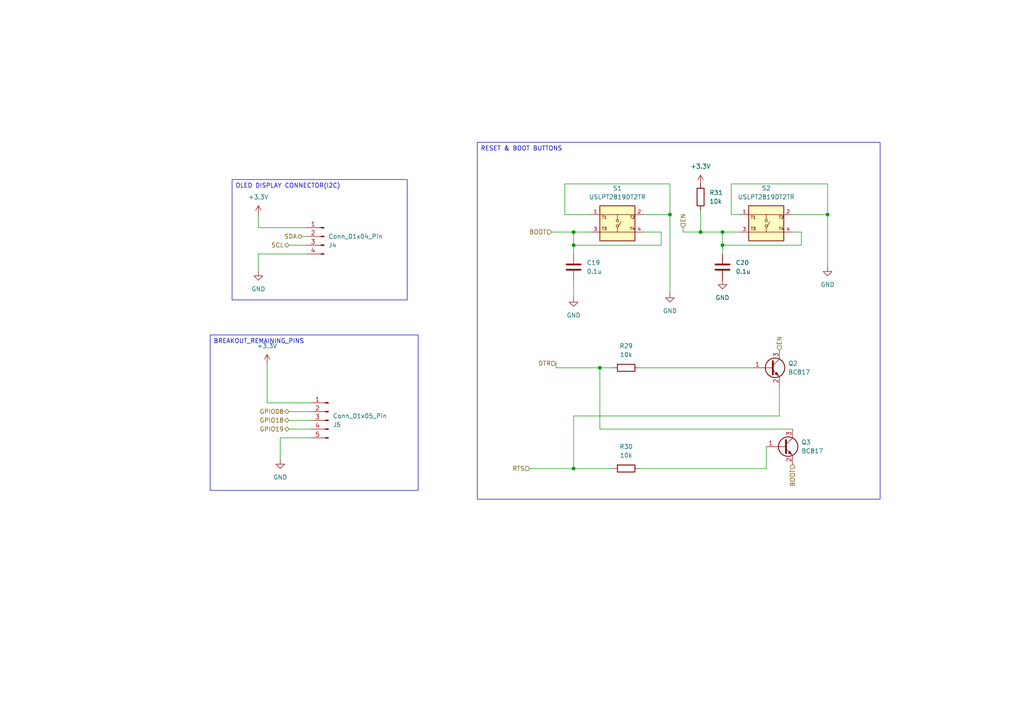
<source format=kicad_sch>
(kicad_sch (version 20250114) (generator "eeschema") (generator_version "9.0")
  (paper "A4")
  (lib_symbols
    (symbol "Connector:Conn_01x04_Pin" (pin_names (offset 1.016) (hide yes))
      (property "Reference" "J" (at 0 5.08 0))
      (property "Value" "Conn_01x04_Pin" (at 0 -7.62 0))
      (symbol "Conn_01x04_Pin_1_1"
        (rectangle (start 0.8636 2.667) (end 0 2.413) (stroke (width 0.1524)) (fill (type outline)))
        (rectangle (start 0.8636 0.127) (end 0 -0.127) (stroke (width 0.1524)) (fill (type outline)))
        (rectangle (start 0.8636 -2.413) (end 0 -2.667) (stroke (width 0.1524)) (fill (type outline)))
        (rectangle (start 0.8636 -4.953) (end 0 -5.207) (stroke (width 0.1524)) (fill (type outline)))
        (polyline (pts (xy 1.27 2.54) (xy 0.8636 2.54)) (stroke (width 0.1524)))
        (polyline (pts (xy 1.27 0) (xy 0.8636 0)) (stroke (width 0.1524)))
        (polyline (pts (xy 1.27 -2.54) (xy 0.8636 -2.54)) (stroke (width 0.1524)))
        (polyline (pts (xy 1.27 -5.08) (xy 0.8636 -5.08)) (stroke (width 0.1524)))
        (pin passive line (at 5.08 2.54 180) (length 3.81) (name "Pin_1") (number "1"))
        (pin passive line (at 5.08 0 180) (length 3.81) (name "Pin_2") (number "2"))
        (pin passive line (at 5.08 -2.54 180) (length 3.81) (name "Pin_3") (number "3"))
        (pin passive line (at 5.08 -5.08 180) (length 3.81) (name "Pin_4") (number "4"))
      )
    )
    (symbol "Connector:Conn_01x05_Pin" (pin_names (offset 1.016) (hide yes))
      (property "Reference" "J" (at 0 7.62 0))
      (property "Value" "Conn_01x05_Pin" (at 0 -7.62 0))
      (symbol "Conn_01x05_Pin_1_1"
        (rectangle (start 0.8636 5.207) (end 0 4.953) (stroke (width 0.1524)) (fill (type outline)))
        (rectangle (start 0.8636 2.667) (end 0 2.413) (stroke (width 0.1524)) (fill (type outline)))
        (rectangle (start 0.8636 0.127) (end 0 -0.127) (stroke (width 0.1524)) (fill (type outline)))
        (rectangle (start 0.8636 -2.413) (end 0 -2.667) (stroke (width 0.1524)) (fill (type outline)))
        (rectangle (start 0.8636 -4.953) (end 0 -5.207) (stroke (width 0.1524)) (fill (type outline)))
        (polyline (pts (xy 1.27 5.08) (xy 0.8636 5.08)) (stroke (width 0.1524)))
        (polyline (pts (xy 1.27 2.54) (xy 0.8636 2.54)) (stroke (width 0.1524)))
        (polyline (pts (xy 1.27 0) (xy 0.8636 0)) (stroke (width 0.1524)))
        (polyline (pts (xy 1.27 -2.54) (xy 0.8636 -2.54)) (stroke (width 0.1524)))
        (polyline (pts (xy 1.27 -5.08) (xy 0.8636 -5.08)) (stroke (width 0.1524)))
        (pin passive line (at 5.08 5.08 180) (length 3.81) (name "Pin_1") (number "1"))
        (pin passive line (at 5.08 2.54 180) (length 3.81) (name "Pin_2") (number "2"))
        (pin passive line (at 5.08 0 180) (length 3.81) (name "Pin_3") (number "3"))
        (pin passive line (at 5.08 -2.54 180) (length 3.81) (name "Pin_4") (number "4"))
        (pin passive line (at 5.08 -5.08 180) (length 3.81) (name "Pin_5") (number "5"))
      )
    )
    (symbol "Device:C" (pin_numbers (hide yes)) (pin_names (offset 0.254))
      (property "Reference" "C" (at 0.635 2.54 0))
      (property "Value" "C" (at 0.635 -2.54 0))
      (symbol "C_0_1"
        (polyline (pts (xy -2.032 0.762) (xy 2.032 0.762)) (stroke (width 0.508)))
        (polyline (pts (xy -2.032 -0.762) (xy 2.032 -0.762)) (stroke (width 0.508)))
      )
      (symbol "C_1_1"
        (pin passive line (at 0 3.81 270) (length 2.794) (name "~") (number "1"))
        (pin passive line (at 0 -3.81 90) (length 2.794) (name "~") (number "2"))
      )
    )
    (symbol "Device:R" (pin_numbers (hide yes)) (pin_names (offset 0))
      (property "Reference" "R" (at 2.032 0 90))
      (property "Value" "R" (at 0 0 90))
      (symbol "R_0_1"
        (rectangle (start -1.016 -2.54) (end 1.016 2.54) (stroke (width 0.254)))
      )
      (symbol "R_1_1"
        (pin passive line (at 0 3.81 270) (length 1.27) (name "~") (number "1"))
        (pin passive line (at 0 -3.81 90) (length 1.27) (name "~") (number "2"))
      )
    )
    (symbol "Transistor_BJT:BC817" (pin_names (offset 0) (hide yes))
      (property "Reference" "Q" (at 5.08 1.905 0))
      (property "Value" "BC817" (at 5.08 0 0))
      (symbol "BC817_0_1"
        (polyline (pts (xy -2.54 0) (xy 0.635 0)))
        (polyline (pts (xy 0.635 1.905) (xy 0.635 -1.905)) (stroke (width 0.508)))
        (circle (center 1.27 0) (radius 2.8194) (stroke (width 0.254)))
      )
      (symbol "BC817_1_1"
        (polyline (pts (xy 0.635 0.635) (xy 2.54 2.54)))
        (polyline (pts (xy 0.635 -0.635) (xy 2.54 -2.54)))
        (polyline (pts (xy 1.27 -1.778) (xy 1.778 -1.27) (xy 2.286 -2.286) (xy 1.27 -1.778)) (fill (type outline)))
        (pin input line (at -5.08 0 0) (length 2.54) (name "B") (number "1"))
        (pin passive line (at 2.54 5.08 270) (length 2.54) (name "C") (number "3"))
        (pin passive line (at 2.54 -5.08 90) (length 2.54) (name "E") (number "2"))
      )
    )
    (symbol "USLPT2819DT2TR:USLPT2819DT2TR" (pin_names (offset 1.016))
      (property "Reference" "S" (at -5.08 5.08 0))
      (property "Value" "USLPT2819DT2TR" (at -5.08 -7.62 0))
      (symbol "USLPT2819DT2TR_0_0"
        (polyline (pts (xy -5.08 2.54) (xy 0 2.54)) (stroke (width 0.1524)))
        (polyline (pts (xy -5.08 -2.54) (xy 0 -2.54)) (stroke (width 0.1524)))
        (rectangle (start -5.08 -5.08) (end 5.08 5.08) (stroke (width 0.254)) (fill (type background)))
        (polyline (pts (xy 0 2.54) (xy 5.08 2.54)) (stroke (width 0.1524)))
        (polyline (pts (xy 0 1.143) (xy 0 2.54)) (stroke (width 0.1524)))
        (circle (center 0 0.762) (radius 0.3592) (stroke (width 0.1524)))
        (circle (center 0 -0.762) (radius 0.3592) (stroke (width 0.1524)))
        (polyline (pts (xy 0 -2.54) (xy 0 -1.143)) (stroke (width 0.1524)))
        (polyline (pts (xy 0 -2.54) (xy 5.08 -2.54)) (stroke (width 0.1524)))
        (polyline (pts (xy 0.254 -1.016) (xy 1.016 0.508)) (stroke (width 0.1524)))
        (text "T1" (at -4.572 1.27 0) (effects (font (size 0.8128 0.8128)) (justify left bottom)))
        (text "T3" (at -4.572 -2.032 0) (effects (font (size 0.8128 0.8128)) (justify left bottom)))
        (text "T2" (at 3.556 1.27 0) (effects (font (size 0.8128 0.8128)) (justify left bottom)))
        (text "T4" (at 3.556 -2.032 0) (effects (font (size 0.8128 0.8128)) (justify left bottom)))
        (pin passive line (at -7.62 2.54 0) (length 2.54) (name "~") (number "1"))
        (pin passive line (at -7.62 -2.54 0) (length 2.54) (name "~") (number "3"))
        (pin passive line (at 7.62 2.54 180) (length 2.54) (name "~") (number "2"))
        (pin passive line (at 7.62 -2.54 180) (length 2.54) (name "~") (number "4"))
      )
    )
    (symbol "power:+3.3V" (power) (pin_numbers (hide yes)) (pin_names (offset 0) (hide yes))
      (property "Value" "+3.3V" (at 0 3.556 0))
      (symbol "+3.3V_0_1"
        (polyline (pts (xy -0.762 1.27) (xy 0 2.54)))
        (polyline (pts (xy 0 2.54) (xy 0.762 1.27)))
        (polyline (pts (xy 0 0) (xy 0 2.54)))
      )
      (symbol "+3.3V_1_1"
        (pin power_in line (at 0 0 90) (length 0) (name "~") (number "1"))
      )
    )
    (symbol "power:GND" (power) (pin_numbers (hide yes)) (pin_names (offset 0) (hide yes))
      (property "Value" "GND" (at 0 -3.81 0))
      (symbol "GND_0_1"
        (polyline (pts (xy 0 0) (xy 0 -1.27) (xy 1.27 -1.27) (xy 0 -2.54) (xy -1.27 -1.27) (xy 0 -1.27)))
      )
      (symbol "GND_1_1"
        (pin power_in line (at 0 0 270) (length 0) (name "~") (number "1"))
      )
    )
  )
  (text_box "BREAKOUT_REMAINING_PINS\n" (at 60.96 97.155 0) (size 60.325 45.085) (margins 0.9525 0.9525 0.9525 0.9525) (effects (font (size 1.27 1.27)) (justify left top)))
  (text_box "RESET & BOOT BUTTONS\n" (at 138.43 41.275 0) (size 116.84 103.505) (margins 0.9525 0.9525 0.9525 0.9525) (effects (font (size 1.27 1.27)) (justify left top)))
  (text_box "OLED DISPLAY CONNECTOR(I2C)" (at 67.31 52.07 0) (size 50.8 34.925) (margins 0.9525 0.9525 0.9525 0.9525) (effects (font (size 1.27 1.27)) (justify left top)))
  (junction (at 166.37 71.12))
  (junction (at 203.2 67.31))
  (junction (at 166.37 67.31))
  (junction (at 166.37 135.89))
  (junction (at 240.03 62.23))
  (junction (at 209.55 71.12))
  (junction (at 194.31 62.23))
  (junction (at 173.99 106.68))
  (junction (at 209.55 67.31))
  (wire (pts (xy 74.93 78.74) (xy 74.93 73.66)))
  (wire (pts (xy 166.37 135.89) (xy 177.8 135.89)))
  (wire (pts (xy 166.37 81.28) (xy 166.37 86.36)))
  (wire (pts (xy 203.2 60.96) (xy 203.2 67.31)))
  (wire (pts (xy 161.29 105.41) (xy 161.29 106.68)))
  (wire (pts (xy 191.77 67.31) (xy 191.77 71.12)))
  (wire (pts (xy 163.83 53.34) (xy 194.31 53.34)))
  (wire (pts (xy 74.93 66.04) (xy 74.93 62.23)))
  (wire (pts (xy 88.9 66.04) (xy 74.93 66.04)))
  (wire (pts (xy 87.63 68.58) (xy 88.9 68.58)))
  (wire (pts (xy 198.12 66.04) (xy 198.12 67.31)))
  (wire (pts (xy 198.12 67.31) (xy 203.2 67.31)))
  (wire (pts (xy 173.99 106.68) (xy 173.99 124.46)))
  (wire (pts (xy 166.37 67.31) (xy 166.37 71.12)))
  (wire (pts (xy 194.31 62.23) (xy 194.31 85.09)))
  (wire (pts (xy 186.69 67.31) (xy 191.77 67.31)))
  (wire (pts (xy 229.87 62.23) (xy 240.03 62.23)))
  (wire (pts (xy 212.09 62.23) (xy 212.09 53.34)))
  (wire (pts (xy 203.2 67.31) (xy 209.55 67.31)))
  (wire (pts (xy 81.28 133.35) (xy 81.28 127)))
  (wire (pts (xy 226.06 120.65) (xy 166.37 120.65)))
  (wire (pts (xy 191.77 71.12) (xy 166.37 71.12)))
  (wire (pts (xy 209.55 71.12) (xy 209.55 73.66)))
  (wire (pts (xy 214.63 62.23) (xy 212.09 62.23)))
  (wire (pts (xy 83.82 119.38) (xy 90.17 119.38)))
  (wire (pts (xy 185.42 135.89) (xy 222.25 135.89)))
  (wire (pts (xy 186.69 62.23) (xy 194.31 62.23)))
  (wire (pts (xy 171.45 62.23) (xy 163.83 62.23)))
  (wire (pts (xy 232.41 67.31) (xy 232.41 71.12)))
  (wire (pts (xy 83.82 71.12) (xy 88.9 71.12)))
  (wire (pts (xy 153.67 135.89) (xy 166.37 135.89)))
  (wire (pts (xy 194.31 53.34) (xy 194.31 62.23)))
  (wire (pts (xy 232.41 71.12) (xy 209.55 71.12)))
  (wire (pts (xy 166.37 71.12) (xy 166.37 73.66)))
  (wire (pts (xy 83.82 121.92) (xy 90.17 121.92)))
  (wire (pts (xy 240.03 53.34) (xy 240.03 62.23)))
  (wire (pts (xy 229.87 124.46) (xy 173.99 124.46)))
  (wire (pts (xy 74.93 73.66) (xy 88.9 73.66)))
  (wire (pts (xy 222.25 135.89) (xy 222.25 129.54)))
  (wire (pts (xy 160.02 67.31) (xy 166.37 67.31)))
  (wire (pts (xy 77.47 116.84) (xy 90.17 116.84)))
  (wire (pts (xy 229.87 67.31) (xy 232.41 67.31)))
  (wire (pts (xy 81.28 127) (xy 90.17 127)))
  (wire (pts (xy 212.09 53.34) (xy 240.03 53.34)))
  (wire (pts (xy 173.99 106.68) (xy 161.29 106.68)))
  (wire (pts (xy 226.06 111.76) (xy 226.06 120.65)))
  (wire (pts (xy 209.55 67.31) (xy 214.63 67.31)))
  (wire (pts (xy 83.82 124.46) (xy 90.17 124.46)))
  (wire (pts (xy 209.55 67.31) (xy 209.55 71.12)))
  (wire (pts (xy 166.37 120.65) (xy 166.37 135.89)))
  (wire (pts (xy 177.8 106.68) (xy 173.99 106.68)))
  (wire (pts (xy 166.37 67.31) (xy 171.45 67.31)))
  (wire (pts (xy 185.42 106.68) (xy 218.44 106.68)))
  (wire (pts (xy 77.47 105.41) (xy 77.47 116.84)))
  (wire (pts (xy 163.83 62.23) (xy 163.83 53.34)))
  (wire (pts (xy 240.03 62.23) (xy 240.03 77.47)))
  (hierarchical_label "SDA" (shape bidirectional) (at 87.63 68.58 180))
  (hierarchical_label "BOOT" (shape input) (at 229.87 134.62 270))
  (hierarchical_label "EN" (shape input) (at 198.12 66.04 90))
  (hierarchical_label "DTR" (shape input) (at 161.29 105.41 180))
  (hierarchical_label "SCL" (shape bidirectional) (at 83.82 71.12 180))
  (hierarchical_label "GPIO08" (shape bidirectional) (at 83.82 119.38 180))
  (hierarchical_label "GPIO19" (shape bidirectional) (at 83.82 124.46 180))
  (hierarchical_label "GPIO18" (shape bidirectional) (at 83.82 121.92 180))
  (hierarchical_label "RTS" (shape input) (at 153.67 135.89 180))
  (hierarchical_label "BOOT" (shape input) (at 160.02 67.31 180))
  (hierarchical_label "EN" (shape input) (at 226.06 101.6 90))
  (symbol (lib_id "power:GND") (at 166.37 86.36 0) (unit 1)
    (property "Reference" "#PWR051" (effects (hide yes)))
    (property "Value" "GND" (at 166.37 91.44 0))
    (property "Description" "Power symbol creates a global label with name \"GND\" , ground" (effects (hide yes)))
  )
  (symbol (lib_id "Device:R") (at 181.61 106.68 90) (unit 1)
    (property "Reference" "R29" (at 181.61 100.33 90))
    (property "Value" "10k" (at 181.61 102.87 90))
    (property "Footprint" "Resistor_SMD:R_0805_2012Metric" (effects (hide yes)))
    (property "Description" "Resistor" (effects (hide yes)))
  )
  (symbol (lib_id "Connector:Conn_01x05_Pin") (at 95.25 121.92 0) (mirror y) (unit 1)
    (property "Reference" "J5" (at 96.52 123.1901 0) (effects (justify right)))
    (property "Value" "Conn_01x05_Pin" (at 96.52 120.6501 0) (effects (justify right)))
    (property "Footprint" "Connector_PinSocket_2.54mm:PinSocket_1x05_P2.54mm_Vertical" (effects (hide yes)))
    (property "Description" "Generic connector, single row, 01x05, script generated" (effects (hide yes)))
  )
  (symbol (lib_id "USLPT2819DT2TR:USLPT2819DT2TR") (at 179.07 64.77 0) (unit 1)
    (property "Reference" "S1" (at 179.07 54.61 0))
    (property "Value" "USLPT2819DT2TR" (at 179.07 57.15 0))
    (property "Footprint" "ESP32 PROJECT LIBRARY:SW_USLPT2819DT2TR" (effects (hide yes)))
    (property "MF" "TE Connectivity" (effects (hide yes)))
    (property "Description_1" "Tactile Switch SPST-NO Top Actuated Surface Mount" (effects (hide yes)))
    (property "Package" "None" (effects (hide yes)))
    (property "Price" "None" (effects (hide yes)))
    (property "Check_prices" "https://www.snapeda.com/parts/USLPT2819DT2TR/TE+Connectivity+ALCOSWITCH+Switches/view-part/?ref=eda" (effects (hide yes)))
    (property "STANDARD" "Manufacturer Recommendations" (effects (hide yes)))
    (property "PARTREV" "P" (effects (hide yes)))
    (property "SnapEDA_Link" "https://www.snapeda.com/parts/USLPT2819DT2TR/TE+Connectivity+ALCOSWITCH+Switches/view-part/?ref=snap" (effects (hide yes)))
    (property "MP" "USLPT2819DT2TR" (effects (hide yes)))
    (property "Availability" "In Stock" (effects (hide yes)))
    (property "MANUFACTURER" "TE CONNECTIVITY" (effects (hide yes)))
  )
  (symbol (lib_id "power:+3.3V") (at 74.93 62.23 0) (unit 1)
    (property "Reference" "#PWR047" (effects (hide yes)))
    (property "Value" "+3.3V" (at 74.93 57.15 0))
    (property "Description" "Power symbol creates a global label with name \"+3.3V\"" (effects (hide yes)))
  )
  (symbol (lib_id "Transistor_BJT:BC817") (at 223.52 106.68 0) (unit 1)
    (property "Reference" "Q2" (at 228.6 105.4099 0) (effects (justify left)))
    (property "Value" "BC817" (at 228.6 107.9499 0) (effects (justify left)))
    (property "Footprint" "Package_TO_SOT_SMD:SOT-23" (effects (hide yes)))
    (property "Datasheet" "https://www.onsemi.com/pub/Collateral/BC818-D.pdf" (effects (hide yes)))
    (property "Description" "0.8A Ic, 45V Vce, NPN Transistor, SOT-23" (effects (hide yes)))
  )
  (symbol (lib_id "Device:C") (at 166.37 77.47 0) (unit 1)
    (property "Reference" "C19" (at 170.18 76.1999 0) (effects (justify left)))
    (property "Value" "0.1u" (at 170.18 78.7399 0) (effects (justify left)))
    (property "Footprint" "Capacitor_SMD:C_0805_2012Metric" (effects (hide yes)))
    (property "Description" "Unpolarized capacitor" (effects (hide yes)))
  )
  (symbol (lib_id "USLPT2819DT2TR:USLPT2819DT2TR") (at 222.25 64.77 0) (unit 1)
    (property "Reference" "S2" (at 222.25 54.61 0))
    (property "Value" "USLPT2819DT2TR" (at 222.25 57.15 0))
    (property "Footprint" "ESP32 PROJECT LIBRARY:SW_USLPT2819DT2TR" (effects (hide yes)))
    (property "MF" "TE Connectivity" (effects (hide yes)))
    (property "Description_1" "Tactile Switch SPST-NO Top Actuated Surface Mount" (effects (hide yes)))
    (property "Package" "None" (effects (hide yes)))
    (property "Price" "None" (effects (hide yes)))
    (property "Check_prices" "https://www.snapeda.com/parts/USLPT2819DT2TR/TE+Connectivity+ALCOSWITCH+Switches/view-part/?ref=eda" (effects (hide yes)))
    (property "STANDARD" "Manufacturer Recommendations" (effects (hide yes)))
    (property "PARTREV" "P" (effects (hide yes)))
    (property "SnapEDA_Link" "https://www.snapeda.com/parts/USLPT2819DT2TR/TE+Connectivity+ALCOSWITCH+Switches/view-part/?ref=snap" (effects (hide yes)))
    (property "MP" "USLPT2819DT2TR" (effects (hide yes)))
    (property "Availability" "In Stock" (effects (hide yes)))
    (property "MANUFACTURER" "TE CONNECTIVITY" (effects (hide yes)))
  )
  (symbol (lib_id "power:GND") (at 240.03 77.47 0) (unit 1)
    (property "Reference" "#PWR055" (effects (hide yes)))
    (property "Value" "GND" (at 240.03 82.55 0))
    (property "Description" "Power symbol creates a global label with name \"GND\" , ground" (effects (hide yes)))
  )
  (symbol (lib_id "Device:R") (at 203.2 57.15 180) (unit 1)
    (property "Reference" "R31" (at 205.74 55.8799 0) (effects (justify right)))
    (property "Value" "10k" (at 205.74 58.4199 0) (effects (justify right)))
    (property "Footprint" "Resistor_SMD:R_0805_2012Metric" (effects (hide yes)))
    (property "Description" "Resistor" (effects (hide yes)))
  )
  (symbol (lib_id "Connector:Conn_01x04_Pin") (at 93.98 68.58 0) (mirror y) (unit 1)
    (property "Reference" "J4" (at 95.25 71.1201 0) (effects (justify right)))
    (property "Value" "Conn_01x04_Pin" (at 95.25 68.5801 0) (effects (justify right)))
    (property "Footprint" "Connector_PinSocket_2.54mm:PinSocket_1x04_P2.54mm_Vertical" (effects (hide yes)))
    (property "Description" "Generic connector, single row, 01x04, script generated" (effects (hide yes)))
  )
  (symbol (lib_id "power:GND") (at 209.55 81.28 0) (unit 1)
    (property "Reference" "#PWR054" (effects (hide yes)))
    (property "Value" "GND" (at 209.55 86.36 0))
    (property "Description" "Power symbol creates a global label with name \"GND\" , ground" (effects (hide yes)))
  )
  (symbol (lib_id "power:GND") (at 74.93 78.74 0) (unit 1)
    (property "Reference" "#PWR048" (effects (hide yes)))
    (property "Value" "GND" (at 74.93 83.82 0))
    (property "Description" "Power symbol creates a global label with name \"GND\" , ground" (effects (hide yes)))
  )
  (symbol (lib_id "Device:C") (at 209.55 77.47 0) (unit 1)
    (property "Reference" "C20" (at 213.36 76.1999 0) (effects (justify left)))
    (property "Value" "0.1u" (at 213.36 78.7399 0) (effects (justify left)))
    (property "Footprint" "Capacitor_SMD:C_0805_2012Metric" (effects (hide yes)))
    (property "Description" "Unpolarized capacitor" (effects (hide yes)))
  )
  (symbol (lib_id "power:+3.3V") (at 77.47 105.41 0) (unit 1)
    (property "Reference" "#PWR049" (effects (hide yes)))
    (property "Value" "+3.3V" (at 77.47 100.33 0))
    (property "Description" "Power symbol creates a global label with name \"+3.3V\"" (effects (hide yes)))
  )
  (symbol (lib_id "Device:R") (at 181.61 135.89 90) (unit 1)
    (property "Reference" "R30" (at 181.61 129.54 90))
    (property "Value" "10k" (at 181.61 132.08 90))
    (property "Footprint" "Resistor_SMD:R_0805_2012Metric" (effects (hide yes)))
    (property "Description" "Resistor" (effects (hide yes)))
  )
  (symbol (lib_id "Transistor_BJT:BC817") (at 227.33 129.54 0) (unit 1)
    (property "Reference" "Q3" (at 232.41 128.2699 0) (effects (justify left)))
    (property "Value" "BC817" (at 232.41 130.8099 0) (effects (justify left)))
    (property "Footprint" "Package_TO_SOT_SMD:SOT-23" (effects (hide yes)))
    (property "Datasheet" "https://www.onsemi.com/pub/Collateral/BC818-D.pdf" (effects (hide yes)))
    (property "Description" "0.8A Ic, 45V Vce, NPN Transistor, SOT-23" (effects (hide yes)))
  )
  (symbol (lib_id "power:GND") (at 81.28 133.35 0) (unit 1)
    (property "Reference" "#PWR050" (effects (hide yes)))
    (property "Value" "GND" (at 81.28 138.43 0))
    (property "Description" "Power symbol creates a global label with name \"GND\" , ground" (effects (hide yes)))
  )
  (symbol (lib_id "power:+3.3V") (at 203.2 53.34 0) (unit 1)
    (property "Reference" "#PWR053" (effects (hide yes)))
    (property "Value" "+3.3V" (at 203.2 48.26 0))
    (property "Description" "Power symbol creates a global label with name \"+3.3V\"" (effects (hide yes)))
  )
  (symbol (lib_id "power:GND") (at 194.31 85.09 0) (unit 1)
    (property "Reference" "#PWR052" (effects (hide yes)))
    (property "Value" "GND" (at 194.31 90.17 0))
    (property "Description" "Power symbol creates a global label with name \"GND\" , ground" (effects (hide yes)))
  )
)
</source>
